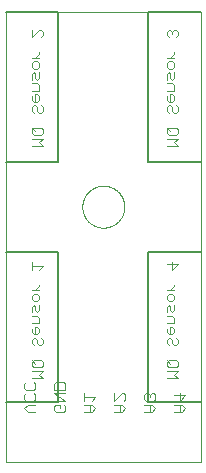
<source format=gbo>
G75*
%MOIN*%
%OFA0B0*%
%FSLAX25Y25*%
%IPPOS*%
%LPD*%
%AMOC8*
5,1,8,0,0,1.08239X$1,22.5*
%
%ADD10C,0.00000*%
%ADD11C,0.00600*%
%ADD12C,0.00300*%
D10*
X0001300Y0001300D02*
X0001300Y0151261D01*
X0066300Y0151300D01*
X0066300Y0001300D01*
X0001300Y0001300D01*
X0026800Y0086300D02*
X0026802Y0086472D01*
X0026808Y0086643D01*
X0026819Y0086815D01*
X0026834Y0086986D01*
X0026853Y0087157D01*
X0026876Y0087327D01*
X0026903Y0087497D01*
X0026935Y0087666D01*
X0026970Y0087834D01*
X0027010Y0088001D01*
X0027054Y0088167D01*
X0027101Y0088332D01*
X0027153Y0088496D01*
X0027209Y0088658D01*
X0027269Y0088819D01*
X0027333Y0088979D01*
X0027401Y0089137D01*
X0027472Y0089293D01*
X0027547Y0089447D01*
X0027627Y0089600D01*
X0027709Y0089750D01*
X0027796Y0089899D01*
X0027886Y0090045D01*
X0027980Y0090189D01*
X0028077Y0090331D01*
X0028178Y0090470D01*
X0028282Y0090607D01*
X0028389Y0090741D01*
X0028500Y0090872D01*
X0028613Y0091001D01*
X0028730Y0091127D01*
X0028850Y0091250D01*
X0028973Y0091370D01*
X0029099Y0091487D01*
X0029228Y0091600D01*
X0029359Y0091711D01*
X0029493Y0091818D01*
X0029630Y0091922D01*
X0029769Y0092023D01*
X0029911Y0092120D01*
X0030055Y0092214D01*
X0030201Y0092304D01*
X0030350Y0092391D01*
X0030500Y0092473D01*
X0030653Y0092553D01*
X0030807Y0092628D01*
X0030963Y0092699D01*
X0031121Y0092767D01*
X0031281Y0092831D01*
X0031442Y0092891D01*
X0031604Y0092947D01*
X0031768Y0092999D01*
X0031933Y0093046D01*
X0032099Y0093090D01*
X0032266Y0093130D01*
X0032434Y0093165D01*
X0032603Y0093197D01*
X0032773Y0093224D01*
X0032943Y0093247D01*
X0033114Y0093266D01*
X0033285Y0093281D01*
X0033457Y0093292D01*
X0033628Y0093298D01*
X0033800Y0093300D01*
X0033972Y0093298D01*
X0034143Y0093292D01*
X0034315Y0093281D01*
X0034486Y0093266D01*
X0034657Y0093247D01*
X0034827Y0093224D01*
X0034997Y0093197D01*
X0035166Y0093165D01*
X0035334Y0093130D01*
X0035501Y0093090D01*
X0035667Y0093046D01*
X0035832Y0092999D01*
X0035996Y0092947D01*
X0036158Y0092891D01*
X0036319Y0092831D01*
X0036479Y0092767D01*
X0036637Y0092699D01*
X0036793Y0092628D01*
X0036947Y0092553D01*
X0037100Y0092473D01*
X0037250Y0092391D01*
X0037399Y0092304D01*
X0037545Y0092214D01*
X0037689Y0092120D01*
X0037831Y0092023D01*
X0037970Y0091922D01*
X0038107Y0091818D01*
X0038241Y0091711D01*
X0038372Y0091600D01*
X0038501Y0091487D01*
X0038627Y0091370D01*
X0038750Y0091250D01*
X0038870Y0091127D01*
X0038987Y0091001D01*
X0039100Y0090872D01*
X0039211Y0090741D01*
X0039318Y0090607D01*
X0039422Y0090470D01*
X0039523Y0090331D01*
X0039620Y0090189D01*
X0039714Y0090045D01*
X0039804Y0089899D01*
X0039891Y0089750D01*
X0039973Y0089600D01*
X0040053Y0089447D01*
X0040128Y0089293D01*
X0040199Y0089137D01*
X0040267Y0088979D01*
X0040331Y0088819D01*
X0040391Y0088658D01*
X0040447Y0088496D01*
X0040499Y0088332D01*
X0040546Y0088167D01*
X0040590Y0088001D01*
X0040630Y0087834D01*
X0040665Y0087666D01*
X0040697Y0087497D01*
X0040724Y0087327D01*
X0040747Y0087157D01*
X0040766Y0086986D01*
X0040781Y0086815D01*
X0040792Y0086643D01*
X0040798Y0086472D01*
X0040800Y0086300D01*
X0040798Y0086128D01*
X0040792Y0085957D01*
X0040781Y0085785D01*
X0040766Y0085614D01*
X0040747Y0085443D01*
X0040724Y0085273D01*
X0040697Y0085103D01*
X0040665Y0084934D01*
X0040630Y0084766D01*
X0040590Y0084599D01*
X0040546Y0084433D01*
X0040499Y0084268D01*
X0040447Y0084104D01*
X0040391Y0083942D01*
X0040331Y0083781D01*
X0040267Y0083621D01*
X0040199Y0083463D01*
X0040128Y0083307D01*
X0040053Y0083153D01*
X0039973Y0083000D01*
X0039891Y0082850D01*
X0039804Y0082701D01*
X0039714Y0082555D01*
X0039620Y0082411D01*
X0039523Y0082269D01*
X0039422Y0082130D01*
X0039318Y0081993D01*
X0039211Y0081859D01*
X0039100Y0081728D01*
X0038987Y0081599D01*
X0038870Y0081473D01*
X0038750Y0081350D01*
X0038627Y0081230D01*
X0038501Y0081113D01*
X0038372Y0081000D01*
X0038241Y0080889D01*
X0038107Y0080782D01*
X0037970Y0080678D01*
X0037831Y0080577D01*
X0037689Y0080480D01*
X0037545Y0080386D01*
X0037399Y0080296D01*
X0037250Y0080209D01*
X0037100Y0080127D01*
X0036947Y0080047D01*
X0036793Y0079972D01*
X0036637Y0079901D01*
X0036479Y0079833D01*
X0036319Y0079769D01*
X0036158Y0079709D01*
X0035996Y0079653D01*
X0035832Y0079601D01*
X0035667Y0079554D01*
X0035501Y0079510D01*
X0035334Y0079470D01*
X0035166Y0079435D01*
X0034997Y0079403D01*
X0034827Y0079376D01*
X0034657Y0079353D01*
X0034486Y0079334D01*
X0034315Y0079319D01*
X0034143Y0079308D01*
X0033972Y0079302D01*
X0033800Y0079300D01*
X0033628Y0079302D01*
X0033457Y0079308D01*
X0033285Y0079319D01*
X0033114Y0079334D01*
X0032943Y0079353D01*
X0032773Y0079376D01*
X0032603Y0079403D01*
X0032434Y0079435D01*
X0032266Y0079470D01*
X0032099Y0079510D01*
X0031933Y0079554D01*
X0031768Y0079601D01*
X0031604Y0079653D01*
X0031442Y0079709D01*
X0031281Y0079769D01*
X0031121Y0079833D01*
X0030963Y0079901D01*
X0030807Y0079972D01*
X0030653Y0080047D01*
X0030500Y0080127D01*
X0030350Y0080209D01*
X0030201Y0080296D01*
X0030055Y0080386D01*
X0029911Y0080480D01*
X0029769Y0080577D01*
X0029630Y0080678D01*
X0029493Y0080782D01*
X0029359Y0080889D01*
X0029228Y0081000D01*
X0029099Y0081113D01*
X0028973Y0081230D01*
X0028850Y0081350D01*
X0028730Y0081473D01*
X0028613Y0081599D01*
X0028500Y0081728D01*
X0028389Y0081859D01*
X0028282Y0081993D01*
X0028178Y0082130D01*
X0028077Y0082269D01*
X0027980Y0082411D01*
X0027886Y0082555D01*
X0027796Y0082701D01*
X0027709Y0082850D01*
X0027627Y0083000D01*
X0027547Y0083153D01*
X0027472Y0083307D01*
X0027401Y0083463D01*
X0027333Y0083621D01*
X0027269Y0083781D01*
X0027209Y0083942D01*
X0027153Y0084104D01*
X0027101Y0084268D01*
X0027054Y0084433D01*
X0027010Y0084599D01*
X0026970Y0084766D01*
X0026935Y0084934D01*
X0026903Y0085103D01*
X0026876Y0085273D01*
X0026853Y0085443D01*
X0026834Y0085614D01*
X0026819Y0085785D01*
X0026808Y0085957D01*
X0026802Y0086128D01*
X0026800Y0086300D01*
D11*
X0018800Y0071300D02*
X0018800Y0021300D01*
X0001300Y0021300D01*
X0001300Y0071300D02*
X0018800Y0071300D01*
X0018800Y0101300D02*
X0018800Y0151300D01*
X0001300Y0151300D01*
X0001300Y0101300D02*
X0018800Y0101300D01*
X0048800Y0101300D02*
X0048800Y0151300D01*
X0066300Y0151300D01*
X0066300Y0101300D02*
X0048800Y0101300D01*
X0048800Y0071300D02*
X0048800Y0021300D01*
X0066300Y0021300D01*
X0066300Y0071300D02*
X0048800Y0071300D01*
D12*
X0054950Y0067118D02*
X0058653Y0067118D01*
X0056802Y0065267D01*
X0056802Y0067736D01*
X0057419Y0060366D02*
X0057419Y0059749D01*
X0056184Y0058514D01*
X0054950Y0058514D02*
X0057419Y0058514D01*
X0056802Y0057300D02*
X0057419Y0056683D01*
X0057419Y0055448D01*
X0056802Y0054831D01*
X0055567Y0054831D01*
X0054950Y0055448D01*
X0054950Y0056683D01*
X0055567Y0057300D01*
X0056802Y0057300D01*
X0057419Y0053617D02*
X0057419Y0051765D01*
X0056802Y0051148D01*
X0056184Y0051765D01*
X0056184Y0053000D01*
X0055567Y0053617D01*
X0054950Y0053000D01*
X0054950Y0051148D01*
X0054950Y0049934D02*
X0056802Y0049934D01*
X0057419Y0049317D01*
X0057419Y0047465D01*
X0054950Y0047465D01*
X0056184Y0046251D02*
X0056184Y0043782D01*
X0055567Y0043782D02*
X0056802Y0043782D01*
X0057419Y0044399D01*
X0057419Y0045633D01*
X0056802Y0046251D01*
X0056184Y0046251D01*
X0054950Y0045633D02*
X0054950Y0044399D01*
X0055567Y0043782D01*
X0055567Y0042567D02*
X0054950Y0041950D01*
X0054950Y0040716D01*
X0055567Y0040099D01*
X0056802Y0041950D02*
X0056184Y0042567D01*
X0055567Y0042567D01*
X0056802Y0041950D02*
X0056802Y0040716D01*
X0057419Y0040099D01*
X0058036Y0040099D01*
X0058653Y0040716D01*
X0058653Y0041950D01*
X0058036Y0042567D01*
X0058036Y0035201D02*
X0055567Y0035201D01*
X0054950Y0034584D01*
X0054950Y0033350D01*
X0055567Y0032732D01*
X0058036Y0032732D01*
X0058653Y0033350D01*
X0058653Y0034584D01*
X0058036Y0035201D01*
X0056184Y0033967D02*
X0054950Y0035201D01*
X0054950Y0031518D02*
X0058653Y0031518D01*
X0057419Y0030284D01*
X0058653Y0029049D01*
X0054950Y0029049D01*
X0057450Y0023435D02*
X0061153Y0023435D01*
X0059302Y0021584D01*
X0059302Y0024052D01*
X0059302Y0020369D02*
X0059302Y0017901D01*
X0059919Y0017901D02*
X0061153Y0019135D01*
X0059919Y0020369D01*
X0057450Y0020369D01*
X0057450Y0017901D02*
X0059919Y0017901D01*
X0051153Y0019135D02*
X0049919Y0020369D01*
X0047450Y0020369D01*
X0048067Y0021584D02*
X0047450Y0022201D01*
X0047450Y0023435D01*
X0048067Y0024052D01*
X0048684Y0024052D01*
X0049302Y0023435D01*
X0049302Y0022818D01*
X0049302Y0023435D02*
X0049919Y0024052D01*
X0050536Y0024052D01*
X0051153Y0023435D01*
X0051153Y0022201D01*
X0050536Y0021584D01*
X0049302Y0020369D02*
X0049302Y0017901D01*
X0049919Y0017901D02*
X0051153Y0019135D01*
X0049919Y0017901D02*
X0047450Y0017901D01*
X0041153Y0019135D02*
X0039919Y0020369D01*
X0037450Y0020369D01*
X0037450Y0021584D02*
X0039919Y0024052D01*
X0040536Y0024052D01*
X0041153Y0023435D01*
X0041153Y0022201D01*
X0040536Y0021584D01*
X0039302Y0020369D02*
X0039302Y0017901D01*
X0039919Y0017901D02*
X0041153Y0019135D01*
X0039919Y0017901D02*
X0037450Y0017901D01*
X0037450Y0021584D02*
X0037450Y0024052D01*
X0031153Y0022818D02*
X0027450Y0022818D01*
X0027450Y0021584D02*
X0027450Y0024052D01*
X0027450Y0020369D02*
X0029919Y0020369D01*
X0031153Y0019135D01*
X0029919Y0017901D01*
X0027450Y0017901D01*
X0029302Y0017901D02*
X0029302Y0020369D01*
X0029919Y0021584D02*
X0031153Y0022818D01*
X0021153Y0021584D02*
X0017450Y0024052D01*
X0021153Y0024052D01*
X0021153Y0025267D02*
X0021153Y0027118D01*
X0020536Y0027736D01*
X0018067Y0027736D01*
X0017450Y0027118D01*
X0017450Y0025267D01*
X0021153Y0025267D01*
X0021153Y0021584D02*
X0017450Y0021584D01*
X0018067Y0020369D02*
X0019302Y0020369D01*
X0019302Y0019135D01*
X0020536Y0020369D02*
X0021153Y0019752D01*
X0021153Y0018518D01*
X0020536Y0017901D01*
X0018067Y0017901D01*
X0017450Y0018518D01*
X0017450Y0019752D01*
X0018067Y0020369D01*
X0013653Y0029049D02*
X0012419Y0030284D01*
X0013653Y0031518D01*
X0009950Y0031518D01*
X0010567Y0032732D02*
X0009950Y0033350D01*
X0009950Y0034584D01*
X0010567Y0035201D01*
X0013036Y0035201D01*
X0013653Y0034584D01*
X0013653Y0033350D01*
X0013036Y0032732D01*
X0010567Y0032732D01*
X0011184Y0033967D02*
X0009950Y0035201D01*
X0010567Y0040099D02*
X0009950Y0040716D01*
X0009950Y0041950D01*
X0010567Y0042567D01*
X0011184Y0042567D01*
X0011802Y0041950D01*
X0011802Y0040716D01*
X0012419Y0040099D01*
X0013036Y0040099D01*
X0013653Y0040716D01*
X0013653Y0041950D01*
X0013036Y0042567D01*
X0011802Y0043782D02*
X0012419Y0044399D01*
X0012419Y0045633D01*
X0011802Y0046251D01*
X0011184Y0046251D01*
X0011184Y0043782D01*
X0010567Y0043782D02*
X0011802Y0043782D01*
X0010567Y0043782D02*
X0009950Y0044399D01*
X0009950Y0045633D01*
X0009950Y0047465D02*
X0012419Y0047465D01*
X0012419Y0049317D01*
X0011802Y0049934D01*
X0009950Y0049934D01*
X0009950Y0051148D02*
X0009950Y0053000D01*
X0010567Y0053617D01*
X0011184Y0053000D01*
X0011184Y0051765D01*
X0011802Y0051148D01*
X0012419Y0051765D01*
X0012419Y0053617D01*
X0011802Y0054831D02*
X0012419Y0055448D01*
X0012419Y0056683D01*
X0011802Y0057300D01*
X0010567Y0057300D01*
X0009950Y0056683D01*
X0009950Y0055448D01*
X0010567Y0054831D01*
X0011802Y0054831D01*
X0012419Y0058514D02*
X0009950Y0058514D01*
X0011184Y0058514D02*
X0012419Y0059749D01*
X0012419Y0060366D01*
X0012419Y0065267D02*
X0013653Y0066501D01*
X0009950Y0066501D01*
X0009950Y0065267D02*
X0009950Y0067736D01*
X0009950Y0029049D02*
X0013653Y0029049D01*
X0011153Y0027118D02*
X0011153Y0025884D01*
X0010536Y0025267D01*
X0008067Y0025267D01*
X0007450Y0025884D01*
X0007450Y0027118D01*
X0008067Y0027736D01*
X0008067Y0024052D02*
X0007450Y0023435D01*
X0007450Y0022201D01*
X0008067Y0021584D01*
X0010536Y0021584D01*
X0011153Y0022201D01*
X0011153Y0023435D01*
X0010536Y0024052D01*
X0011153Y0027118D02*
X0010536Y0027736D01*
X0011153Y0020369D02*
X0008684Y0020369D01*
X0007450Y0019135D01*
X0008684Y0017901D01*
X0011153Y0017901D01*
X0009950Y0106549D02*
X0013653Y0106549D01*
X0012419Y0107784D01*
X0013653Y0109018D01*
X0009950Y0109018D01*
X0010567Y0110232D02*
X0009950Y0110850D01*
X0009950Y0112084D01*
X0010567Y0112701D01*
X0013036Y0112701D01*
X0013653Y0112084D01*
X0013653Y0110850D01*
X0013036Y0110232D01*
X0010567Y0110232D01*
X0011184Y0111467D02*
X0009950Y0112701D01*
X0010567Y0117599D02*
X0009950Y0118216D01*
X0009950Y0119450D01*
X0010567Y0120067D01*
X0011184Y0120067D01*
X0011802Y0119450D01*
X0011802Y0118216D01*
X0012419Y0117599D01*
X0013036Y0117599D01*
X0013653Y0118216D01*
X0013653Y0119450D01*
X0013036Y0120067D01*
X0011802Y0121282D02*
X0012419Y0121899D01*
X0012419Y0123133D01*
X0011802Y0123751D01*
X0011184Y0123751D01*
X0011184Y0121282D01*
X0010567Y0121282D02*
X0011802Y0121282D01*
X0010567Y0121282D02*
X0009950Y0121899D01*
X0009950Y0123133D01*
X0009950Y0124965D02*
X0012419Y0124965D01*
X0012419Y0126817D01*
X0011802Y0127434D01*
X0009950Y0127434D01*
X0009950Y0128648D02*
X0009950Y0130500D01*
X0010567Y0131117D01*
X0011184Y0130500D01*
X0011184Y0129265D01*
X0011802Y0128648D01*
X0012419Y0129265D01*
X0012419Y0131117D01*
X0011802Y0132331D02*
X0010567Y0132331D01*
X0009950Y0132948D01*
X0009950Y0134183D01*
X0010567Y0134800D01*
X0011802Y0134800D01*
X0012419Y0134183D01*
X0012419Y0132948D01*
X0011802Y0132331D01*
X0012419Y0136014D02*
X0009950Y0136014D01*
X0011184Y0136014D02*
X0012419Y0137249D01*
X0012419Y0137866D01*
X0013036Y0142767D02*
X0013653Y0143384D01*
X0013653Y0144618D01*
X0013036Y0145236D01*
X0012419Y0145236D01*
X0009950Y0142767D01*
X0009950Y0145236D01*
X0054950Y0144618D02*
X0054950Y0143384D01*
X0055567Y0142767D01*
X0054950Y0144618D02*
X0055567Y0145236D01*
X0056184Y0145236D01*
X0056802Y0144618D01*
X0056802Y0144001D01*
X0056802Y0144618D02*
X0057419Y0145236D01*
X0058036Y0145236D01*
X0058653Y0144618D01*
X0058653Y0143384D01*
X0058036Y0142767D01*
X0057419Y0137866D02*
X0057419Y0137249D01*
X0056184Y0136014D01*
X0054950Y0136014D02*
X0057419Y0136014D01*
X0056802Y0134800D02*
X0057419Y0134183D01*
X0057419Y0132948D01*
X0056802Y0132331D01*
X0055567Y0132331D01*
X0054950Y0132948D01*
X0054950Y0134183D01*
X0055567Y0134800D01*
X0056802Y0134800D01*
X0057419Y0131117D02*
X0057419Y0129265D01*
X0056802Y0128648D01*
X0056184Y0129265D01*
X0056184Y0130500D01*
X0055567Y0131117D01*
X0054950Y0130500D01*
X0054950Y0128648D01*
X0054950Y0127434D02*
X0056802Y0127434D01*
X0057419Y0126817D01*
X0057419Y0124965D01*
X0054950Y0124965D01*
X0054950Y0123133D02*
X0054950Y0121899D01*
X0055567Y0121282D01*
X0056802Y0121282D01*
X0057419Y0121899D01*
X0057419Y0123133D01*
X0056802Y0123751D01*
X0056184Y0123751D01*
X0056184Y0121282D01*
X0056184Y0120067D02*
X0055567Y0120067D01*
X0054950Y0119450D01*
X0054950Y0118216D01*
X0055567Y0117599D01*
X0056802Y0119450D02*
X0056184Y0120067D01*
X0056802Y0119450D02*
X0056802Y0118216D01*
X0057419Y0117599D01*
X0058036Y0117599D01*
X0058653Y0118216D01*
X0058653Y0119450D01*
X0058036Y0120067D01*
X0058036Y0112701D02*
X0055567Y0112701D01*
X0054950Y0112084D01*
X0054950Y0110850D01*
X0055567Y0110232D01*
X0058036Y0110232D01*
X0058653Y0110850D01*
X0058653Y0112084D01*
X0058036Y0112701D01*
X0056184Y0111467D02*
X0054950Y0112701D01*
X0054950Y0109018D02*
X0058653Y0109018D01*
X0057419Y0107784D01*
X0058653Y0106549D01*
X0054950Y0106549D01*
M02*

</source>
